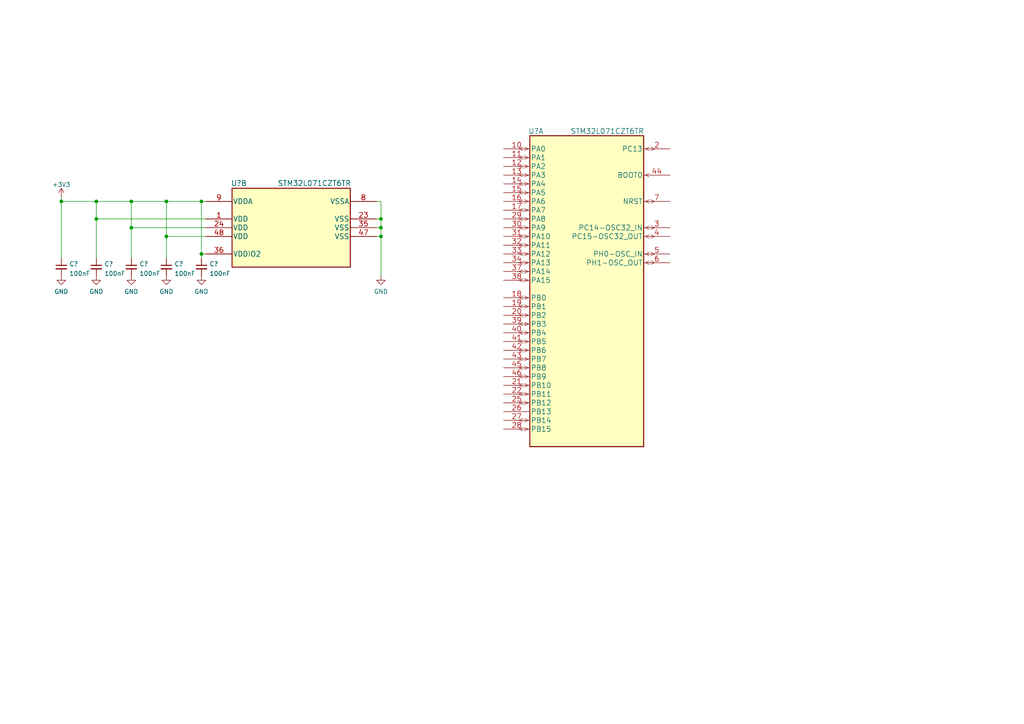
<source format=kicad_sch>
(kicad_sch (version 20211123) (generator eeschema)
  (paper "A4")
  (lib_symbols
    (symbol "Device:C_Small" (pin_numbers hide) (pin_names (offset 0.254) hide)
      (property "Reference" "C" (at 0.254 1.778 0))
      (property "Value" "C_Small" (at 0.254 -2.032 0))
      (symbol "C_Small_0_1"
        (polyline (pts (xy -1.524 -0.508) (xy 1.524 -0.508)) (stroke (width 0.3302)))
        (polyline (pts (xy -1.524 0.508) (xy 1.524 0.508)) (stroke (width 0.3048)))
      )
      (symbol "C_Small_1_1"
        (pin passive line (at 0 2.54 270) (length 2.032) (name "~") (number "1"))
        (pin passive line (at 0 -2.54 90) (length 2.032) (name "~") (number "2"))
      )
    )
    (symbol "STM32L071CZT6TR_1" (pin_names (offset 0.254))
      (property "Reference" "U" (at 8.89 5.08 0))
      (property "Value" "STM32L071CZT6TR_1" (at 29.21 5.08 0))
      (symbol "STM32L071CZT6TR_1_1_1"
        (polyline (pts (xy 5.5372 -81.788) (xy 4.4958 -81.28)) (stroke (width 0.127)))
        (polyline (pts (xy 5.5372 -80.772) (xy 4.4958 -81.28)) (stroke (width 0.127)))
        (polyline (pts (xy 5.5372 -79.248) (xy 4.4958 -78.74)) (stroke (width 0.127)))
        (polyline (pts (xy 5.5372 -78.232) (xy 4.4958 -78.74)) (stroke (width 0.127)))
        (polyline (pts (xy 5.5372 -74.168) (xy 4.4958 -73.66)) (stroke (width 0.127)))
        (polyline (pts (xy 5.5372 -73.152) (xy 4.4958 -73.66)) (stroke (width 0.127)))
        (polyline (pts (xy 5.5372 -71.628) (xy 4.4958 -71.12)) (stroke (width 0.127)))
        (polyline (pts (xy 5.5372 -70.612) (xy 4.4958 -71.12)) (stroke (width 0.127)))
        (polyline (pts (xy 5.5372 -69.088) (xy 4.4958 -68.58)) (stroke (width 0.127)))
        (polyline (pts (xy 5.5372 -68.072) (xy 4.4958 -68.58)) (stroke (width 0.127)))
        (polyline (pts (xy 5.5372 -66.548) (xy 4.4958 -66.04)) (stroke (width 0.127)))
        (polyline (pts (xy 5.5372 -65.532) (xy 4.4958 -66.04)) (stroke (width 0.127)))
        (polyline (pts (xy 5.5372 -64.008) (xy 4.4958 -63.5)) (stroke (width 0.127)))
        (polyline (pts (xy 5.5372 -62.992) (xy 4.4958 -63.5)) (stroke (width 0.127)))
        (polyline (pts (xy 5.5372 -61.468) (xy 4.4958 -60.96)) (stroke (width 0.127)))
        (polyline (pts (xy 5.5372 -60.452) (xy 4.4958 -60.96)) (stroke (width 0.127)))
        (polyline (pts (xy 5.5372 -58.928) (xy 4.4958 -58.42)) (stroke (width 0.127)))
        (polyline (pts (xy 5.5372 -57.912) (xy 4.4958 -58.42)) (stroke (width 0.127)))
        (polyline (pts (xy 5.5372 -56.388) (xy 4.4958 -55.88)) (stroke (width 0.127)))
        (polyline (pts (xy 5.5372 -55.372) (xy 4.4958 -55.88)) (stroke (width 0.127)))
        (polyline (pts (xy 5.5372 -53.848) (xy 4.4958 -53.34)) (stroke (width 0.127)))
        (polyline (pts (xy 5.5372 -52.832) (xy 4.4958 -53.34)) (stroke (width 0.127)))
        (polyline (pts (xy 5.5372 -51.308) (xy 4.4958 -50.8)) (stroke (width 0.127)))
        (polyline (pts (xy 5.5372 -50.292) (xy 4.4958 -50.8)) (stroke (width 0.127)))
        (polyline (pts (xy 5.5372 -48.768) (xy 4.4958 -48.26)) (stroke (width 0.127)))
        (polyline (pts (xy 5.5372 -47.752) (xy 4.4958 -48.26)) (stroke (width 0.127)))
        (polyline (pts (xy 5.5372 -46.228) (xy 4.4958 -45.72)) (stroke (width 0.127)))
        (polyline (pts (xy 5.5372 -45.212) (xy 4.4958 -45.72)) (stroke (width 0.127)))
        (polyline (pts (xy 5.5372 -43.688) (xy 4.4958 -43.18)) (stroke (width 0.127)))
        (polyline (pts (xy 5.5372 -42.672) (xy 4.4958 -43.18)) (stroke (width 0.127)))
        (polyline (pts (xy 5.5372 -38.608) (xy 4.4958 -38.1)) (stroke (width 0.127)))
        (polyline (pts (xy 5.5372 -37.592) (xy 4.4958 -38.1)) (stroke (width 0.127)))
        (polyline (pts (xy 5.5372 -36.068) (xy 4.4958 -35.56)) (stroke (width 0.127)))
        (polyline (pts (xy 5.5372 -35.052) (xy 4.4958 -35.56)) (stroke (width 0.127)))
        (polyline (pts (xy 5.5372 -33.528) (xy 4.4958 -33.02)) (stroke (width 0.127)))
        (polyline (pts (xy 5.5372 -32.512) (xy 4.4958 -33.02)) (stroke (width 0.127)))
        (polyline (pts (xy 5.5372 -30.988) (xy 4.4958 -30.48)) (stroke (width 0.127)))
        (polyline (pts (xy 5.5372 -29.972) (xy 4.4958 -30.48)) (stroke (width 0.127)))
        (polyline (pts (xy 5.5372 -28.448) (xy 4.4958 -27.94)) (stroke (width 0.127)))
        (polyline (pts (xy 5.5372 -27.432) (xy 4.4958 -27.94)) (stroke (width 0.127)))
        (polyline (pts (xy 5.5372 -25.908) (xy 4.4958 -25.4)) (stroke (width 0.127)))
        (polyline (pts (xy 5.5372 -24.892) (xy 4.4958 -25.4)) (stroke (width 0.127)))
        (polyline (pts (xy 5.5372 -23.368) (xy 4.4958 -22.86)) (stroke (width 0.127)))
        (polyline (pts (xy 5.5372 -22.352) (xy 4.4958 -22.86)) (stroke (width 0.127)))
        (polyline (pts (xy 5.5372 -20.828) (xy 4.4958 -20.32)) (stroke (width 0.127)))
        (polyline (pts (xy 5.5372 -19.812) (xy 4.4958 -20.32)) (stroke (width 0.127)))
        (polyline (pts (xy 5.5372 -18.288) (xy 4.4958 -17.78)) (stroke (width 0.127)))
        (polyline (pts (xy 5.5372 -17.272) (xy 4.4958 -17.78)) (stroke (width 0.127)))
        (polyline (pts (xy 5.5372 -15.748) (xy 4.4958 -15.24)) (stroke (width 0.127)))
        (polyline (pts (xy 5.5372 -14.732) (xy 4.4958 -15.24)) (stroke (width 0.127)))
        (polyline (pts (xy 5.5372 -13.208) (xy 4.4958 -12.7)) (stroke (width 0.127)))
        (polyline (pts (xy 5.5372 -12.192) (xy 4.4958 -12.7)) (stroke (width 0.127)))
        (polyline (pts (xy 5.5372 -10.668) (xy 4.4958 -10.16)) (stroke (width 0.127)))
        (polyline (pts (xy 5.5372 -9.652) (xy 4.4958 -10.16)) (stroke (width 0.127)))
        (polyline (pts (xy 5.5372 -8.128) (xy 4.4958 -7.62)) (stroke (width 0.127)))
        (polyline (pts (xy 5.5372 -7.112) (xy 4.4958 -7.62)) (stroke (width 0.127)))
        (polyline (pts (xy 5.5372 -5.588) (xy 4.4958 -5.08)) (stroke (width 0.127)))
        (polyline (pts (xy 5.5372 -4.572) (xy 4.4958 -5.08)) (stroke (width 0.127)))
        (polyline (pts (xy 5.5372 -3.048) (xy 4.4958 -2.54)) (stroke (width 0.127)))
        (polyline (pts (xy 5.5372 -2.032) (xy 4.4958 -2.54)) (stroke (width 0.127)))
        (polyline (pts (xy 5.5372 -0.508) (xy 4.4958 0)) (stroke (width 0.127)))
        (polyline (pts (xy 5.5372 0.508) (xy 4.4958 0)) (stroke (width 0.127)))
        (polyline (pts (xy 7.112 -81.28) (xy 6.0452 -81.788)) (stroke (width 0.127)))
        (polyline (pts (xy 7.112 -81.28) (xy 6.0452 -80.772)) (stroke (width 0.127)))
        (polyline (pts (xy 7.112 -78.74) (xy 6.0452 -79.248)) (stroke (width 0.127)))
        (polyline (pts (xy 7.112 -78.74) (xy 6.0452 -78.232)) (stroke (width 0.127)))
        (polyline (pts (xy 7.112 -73.66) (xy 6.0452 -74.168)) (stroke (width 0.127)))
        (polyline (pts (xy 7.112 -73.66) (xy 6.0452 -73.152)) (stroke (width 0.127)))
        (polyline (pts (xy 7.112 -71.12) (xy 6.0452 -71.628)) (stroke (width 0.127)))
        (polyline (pts (xy 7.112 -71.12) (xy 6.0452 -70.612)) (stroke (width 0.127)))
        (polyline (pts (xy 7.112 -68.58) (xy 6.0452 -69.088)) (stroke (width 0.127)))
        (polyline (pts (xy 7.112 -68.58) (xy 6.0452 -68.072)) (stroke (width 0.127)))
        (polyline (pts (xy 7.112 -66.04) (xy 6.0452 -66.548)) (stroke (width 0.127)))
        (polyline (pts (xy 7.112 -66.04) (xy 6.0452 -65.532)) (stroke (width 0.127)))
        (polyline (pts (xy 7.112 -63.5) (xy 6.0452 -64.008)) (stroke (width 0.127)))
        (polyline (pts (xy 7.112 -63.5) (xy 6.0452 -62.992)) (stroke (width 0.127)))
        (polyline (pts (xy 7.112 -60.96) (xy 6.0452 -61.468)) (stroke (width 0.127)))
        (polyline (pts (xy 7.112 -60.96) (xy 6.0452 -60.452)) (stroke (width 0.127)))
        (polyline (pts (xy 7.112 -58.42) (xy 6.0452 -58.928)) (stroke (width 0.127)))
        (polyline (pts (xy 7.112 -58.42) (xy 6.0452 -57.912)) (stroke (width 0.127)))
        (polyline (pts (xy 7.112 -55.88) (xy 6.0452 -56.388)) (stroke (width 0.127)))
        (polyline (pts (xy 7.112 -55.88) (xy 6.0452 -55.372)) (stroke (width 0.127)))
        (polyline (pts (xy 7.112 -53.34) (xy 6.0452 -53.848)) (stroke (width 0.127)))
        (polyline (pts (xy 7.112 -53.34) (xy 6.0452 -52.832)) (stroke (width 0.127)))
        (polyline (pts (xy 7.112 -50.8) (xy 6.0452 -51.308)) (stroke (width 0.127)))
        (polyline (pts (xy 7.112 -50.8) (xy 6.0452 -50.292)) (stroke (width 0.127)))
        (polyline (pts (xy 7.112 -48.26) (xy 6.0452 -48.768)) (stroke (width 0.127)))
        (polyline (pts (xy 7.112 -48.26) (xy 6.0452 -47.752)) (stroke (width 0.127)))
        (polyline (pts (xy 7.112 -45.72) (xy 6.0452 -46.228)) (stroke (width 0.127)))
        (polyline (pts (xy 7.112 -45.72) (xy 6.0452 -45.212)) (stroke (width 0.127)))
        (polyline (pts (xy 7.112 -43.18) (xy 6.0452 -43.688)) (stroke (width 0.127)))
        (polyline (pts (xy 7.112 -43.18) (xy 6.0452 -42.672)) (stroke (width 0.127)))
        (polyline (pts (xy 7.112 -38.1) (xy 6.0452 -38.608)) (stroke (width 0.127)))
        (polyline (pts (xy 7.112 -38.1) (xy 6.0452 -37.592)) (stroke (width 0.127)))
        (polyline (pts (xy 7.112 -35.56) (xy 6.0452 -36.068)) (stroke (width 0.127)))
        (polyline (pts (xy 7.112 -35.56) (xy 6.0452 -35.052)) (stroke (width 0.127)))
        (polyline (pts (xy 7.112 -33.02) (xy 6.0452 -33.528)) (stroke (width 0.127)))
        (polyline (pts (xy 7.112 -33.02) (xy 6.0452 -32.512)) (stroke (width 0.127)))
        (polyline (pts (xy 7.112 -30.48) (xy 6.0452 -30.988)) (stroke (width 0.127)))
        (polyline (pts (xy 7.112 -30.48) (xy 6.0452 -29.972)) (stroke (width 0.127)))
        (polyline (pts (xy 7.112 -27.94) (xy 6.0452 -28.448)) (stroke (width 0.127)))
        (polyline (pts (xy 7.112 -27.94) (xy 6.0452 -27.432)) (stroke (width 0.127)))
        (polyline (pts (xy 7.112 -25.4) (xy 6.0452 -25.908)) (stroke (width 0.127)))
        (polyline (pts (xy 7.112 -25.4) (xy 6.0452 -24.892)) (stroke (width 0.127)))
        (polyline (pts (xy 7.112 -22.86) (xy 6.0452 -23.368)) (stroke (width 0.127)))
        (polyline (pts (xy 7.112 -22.86) (xy 6.0452 -22.352)) (stroke (width 0.127)))
        (polyline (pts (xy 7.112 -20.32) (xy 6.0452 -20.828)) (stroke (width 0.127)))
        (polyline (pts (xy 7.112 -20.32) (xy 6.0452 -19.812)) (stroke (width 0.127)))
        (polyline (pts (xy 7.112 -17.78) (xy 6.0452 -18.288)) (stroke (width 0.127)))
        (polyline (pts (xy 7.112 -17.78) (xy 6.0452 -17.272)) (stroke (width 0.127)))
        (polyline (pts (xy 7.112 -15.24) (xy 6.0452 -15.748)) (stroke (width 0.127)))
        (polyline (pts (xy 7.112 -15.24) (xy 6.0452 -14.732)) (stroke (width 0.127)))
        (polyline (pts (xy 7.112 -12.7) (xy 6.0452 -13.208)) (stroke (width 0.127)))
        (polyline (pts (xy 7.112 -12.7) (xy 6.0452 -12.192)) (stroke (width 0.127)))
        (polyline (pts (xy 7.112 -10.16) (xy 6.0452 -10.668)) (stroke (width 0.127)))
        (polyline (pts (xy 7.112 -10.16) (xy 6.0452 -9.652)) (stroke (width 0.127)))
        (polyline (pts (xy 7.112 -7.62) (xy 6.0452 -8.128)) (stroke (width 0.127)))
        (polyline (pts (xy 7.112 -7.62) (xy 6.0452 -7.112)) (stroke (width 0.127)))
        (polyline (pts (xy 7.112 -5.08) (xy 6.0452 -5.588)) (stroke (width 0.127)))
        (polyline (pts (xy 7.112 -5.08) (xy 6.0452 -4.572)) (stroke (width 0.127)))
        (polyline (pts (xy 7.112 -2.54) (xy 6.0452 -3.048)) (stroke (width 0.127)))
        (polyline (pts (xy 7.112 -2.54) (xy 6.0452 -2.032)) (stroke (width 0.127)))
        (polyline (pts (xy 7.112 0) (xy 6.0452 -0.508)) (stroke (width 0.127)))
        (polyline (pts (xy 7.112 0) (xy 6.0452 0.508)) (stroke (width 0.127)))
        (polyline (pts (xy 41.148 -33.02) (xy 42.2148 -33.528)) (stroke (width 0.127)))
        (polyline (pts (xy 41.148 -33.02) (xy 42.2148 -32.512)) (stroke (width 0.127)))
        (polyline (pts (xy 41.148 -30.48) (xy 42.2148 -30.988)) (stroke (width 0.127)))
        (polyline (pts (xy 41.148 -30.48) (xy 42.2148 -29.972)) (stroke (width 0.127)))
        (polyline (pts (xy 41.148 -25.4) (xy 42.2148 -25.908)) (stroke (width 0.127)))
        (polyline (pts (xy 41.148 -25.4) (xy 42.2148 -24.892)) (stroke (width 0.127)))
        (polyline (pts (xy 41.148 -22.86) (xy 42.2148 -23.368)) (stroke (width 0.127)))
        (polyline (pts (xy 41.148 -22.86) (xy 42.2148 -22.352)) (stroke (width 0.127)))
        (polyline (pts (xy 41.148 -15.24) (xy 42.2148 -15.748)) (stroke (width 0.127)))
        (polyline (pts (xy 41.148 -15.24) (xy 42.2148 -14.732)) (stroke (width 0.127)))
        (polyline (pts (xy 41.148 -7.62) (xy 42.2148 -8.128)) (stroke (width 0.127)))
        (polyline (pts (xy 41.148 -7.62) (xy 42.2148 -7.112)) (stroke (width 0.127)))
        (polyline (pts (xy 41.148 0) (xy 42.2148 -0.508)) (stroke (width 0.127)))
        (polyline (pts (xy 41.148 0) (xy 42.2148 0.508)) (stroke (width 0.127)))
        (polyline (pts (xy 42.7228 -33.528) (xy 43.7642 -33.02)) (stroke (width 0.127)))
        (polyline (pts (xy 42.7228 -32.512) (xy 43.7642 -33.02)) (stroke (width 0.127)))
        (polyline (pts (xy 42.7228 -30.988) (xy 43.7642 -30.48)) (stroke (width 0.127)))
        (polyline (pts (xy 42.7228 -29.972) (xy 43.7642 -30.48)) (stroke (width 0.127)))
        (polyline (pts (xy 42.7228 -25.908) (xy 43.7642 -25.4)) (stroke (width 0.127)))
        (polyline (pts (xy 42.7228 -24.892) (xy 43.7642 -25.4)) (stroke (width 0.127)))
        (polyline (pts (xy 42.7228 -23.368) (xy 43.7642 -22.86)) (stroke (width 0.127)))
        (polyline (pts (xy 42.7228 -22.352) (xy 43.7642 -22.86)) (stroke (width 0.127)))
        (polyline (pts (xy 42.7228 -15.748) (xy 43.7642 -15.24)) (stroke (width 0.127)))
        (polyline (pts (xy 42.7228 -14.732) (xy 43.7642 -15.24)) (stroke (width 0.127)))
        (polyline (pts (xy 42.7228 -0.508) (xy 43.7642 0)) (stroke (width 0.127)))
        (polyline (pts (xy 42.7228 0.508) (xy 43.7642 0)) (stroke (width 0.127)))
        (rectangle (start 7.62 3.81) (end 40.64 -86.36) (stroke (width 0.3048)) (fill (type background)))
        (pin bidirectional line (at 0 0 0) (length 7.62) (name "PA0") (number "10"))
        (pin bidirectional line (at 0 -2.54 0) (length 7.62) (name "PA1") (number "11"))
        (pin bidirectional line (at 0 -5.08 0) (length 7.62) (name "PA2") (number "12"))
        (pin bidirectional line (at 0 -7.62 0) (length 7.62) (name "PA3") (number "13"))
        (pin bidirectional line (at 0 -10.16 0) (length 7.62) (name "PA4") (number "14"))
        (pin bidirectional line (at 0 -12.7 0) (length 7.62) (name "PA5") (number "15"))
        (pin bidirectional line (at 0 -15.24 0) (length 7.62) (name "PA6") (number "16"))
        (pin bidirectional line (at 0 -17.78 0) (length 7.62) (name "PA7") (number "17"))
        (pin bidirectional line (at 0 -43.18 0) (length 7.62) (name "PB0") (number "18"))
        (pin bidirectional line (at 0 -45.72 0) (length 7.62) (name "PB1") (number "19"))
        (pin bidirectional line (at 48.26 0 180) (length 7.62) (name "PC13") (number "2"))
        (pin bidirectional line (at 0 -48.26 0) (length 7.62) (name "PB2") (number "20"))
        (pin bidirectional line (at 0 -68.58 0) (length 7.62) (name "PB10") (number "21"))
        (pin bidirectional line (at 0 -71.12 0) (length 7.62) (name "PB11") (number "22"))
        (pin bidirectional line (at 0 -73.66 0) (length 7.62) (name "PB12") (number "25"))
        (pin bidirectional line (at 0 -76.2 0) (length 7.62) (name "PB13") (number "26"))
        (pin bidirectional line (at 0 -78.74 0) (length 7.62) (name "PB14") (number "27"))
        (pin bidirectional line (at 0 -81.28 0) (length 7.62) (name "PB15") (number "28"))
        (pin bidirectional line (at 0 -20.32 0) (length 7.62) (name "PA8") (number "29"))
        (pin bidirectional line (at 48.26 -22.86 180) (length 7.62) (name "PC14-OSC32_IN") (number "3"))
        (pin bidirectional line (at 0 -22.86 0) (length 7.62) (name "PA9") (number "30"))
        (pin bidirectional line (at 0 -25.4 0) (length 7.62) (name "PA10") (number "31"))
        (pin bidirectional line (at 0 -27.94 0) (length 7.62) (name "PA11") (number "32"))
        (pin bidirectional line (at 0 -30.48 0) (length 7.62) (name "PA12") (number "33"))
        (pin bidirectional line (at 0 -33.02 0) (length 7.62) (name "PA13") (number "34"))
        (pin bidirectional line (at 0 -35.56 0) (length 7.62) (name "PA14") (number "37"))
        (pin bidirectional line (at 0 -38.1 0) (length 7.62) (name "PA15") (number "38"))
        (pin bidirectional line (at 0 -50.8 0) (length 7.62) (name "PB3") (number "39"))
        (pin bidirectional line (at 48.26 -25.4 180) (length 7.62) (name "PC15-OSC32_OUT") (number "4"))
        (pin bidirectional line (at 0 -53.34 0) (length 7.62) (name "PB4") (number "40"))
        (pin bidirectional line (at 0 -55.88 0) (length 7.62) (name "PB5") (number "41"))
        (pin bidirectional line (at 0 -58.42 0) (length 7.62) (name "PB6") (number "42"))
        (pin bidirectional line (at 0 -60.96 0) (length 7.62) (name "PB7") (number "43"))
        (pin input line (at 48.26 -7.62 180) (length 7.62) (name "BOOT0") (number "44"))
        (pin bidirectional line (at 0 -63.5 0) (length 7.62) (name "PB8") (number "45"))
        (pin bidirectional line (at 0 -66.04 0) (length 7.62) (name "PB9") (number "46"))
        (pin bidirectional line (at 48.26 -30.48 180) (length 7.62) (name "PH0-OSC_IN") (number "5"))
        (pin bidirectional line (at 48.26 -33.02 180) (length 7.62) (name "PH1-OSC_OUT") (number "6"))
        (pin bidirectional line (at 48.26 -15.24 180) (length 7.62) (name "NRST") (number "7"))
      )
      (symbol "STM32L071CZT6TR_1_2_1"
        (rectangle (start 7.62 3.81) (end 40.64 -19.05) (stroke (width 0.3048)) (fill (type background)))
        (pin power_in line (at 0 -5.08 0) (length 7.62) (name "VDD") (number "1"))
        (pin power_in line (at 48.26 -5.08 180) (length 7.62) (name "VSS") (number "23"))
        (pin power_in line (at 0 -7.62 0) (length 7.62) (name "VDD") (number "24"))
        (pin power_in line (at 48.26 -7.62 180) (length 7.62) (name "VSS") (number "35"))
        (pin power_in line (at 0 -15.24 0) (length 7.62) (name "VDDIO2") (number "36"))
        (pin power_in line (at 48.26 -10.16 180) (length 7.62) (name "VSS") (number "47"))
        (pin power_in line (at 0 -10.16 0) (length 7.62) (name "VDD") (number "48"))
        (pin power_in line (at 48.26 0 180) (length 7.62) (name "VSSA") (number "8"))
        (pin power_in line (at 0 0 0) (length 7.62) (name "VDDA") (number "9"))
      )
    )
    (symbol "falcon-lib:STM32L071CZT6TR" (pin_names (offset 0.254))
      (property "Reference" "U" (at 8.89 5.08 0))
      (property "Value" "STM32L071CZT6TR" (at 31.75 5.08 0))
      (symbol "STM32L071CZT6TR_1_1"
        (polyline (pts (xy 5.5372 -81.788) (xy 4.4958 -81.28)) (stroke (width 0.127)))
        (polyline (pts (xy 5.5372 -80.772) (xy 4.4958 -81.28)) (stroke (width 0.127)))
        (polyline (pts (xy 5.5372 -79.248) (xy 4.4958 -78.74)) (stroke (width 0.127)))
        (polyline (pts (xy 5.5372 -78.232) (xy 4.4958 -78.74)) (stroke (width 0.127)))
        (polyline (pts (xy 5.5372 -74.168) (xy 4.4958 -73.66)) (stroke (width 0.127)))
        (polyline (pts (xy 5.5372 -73.152) (xy 4.4958 -73.66)) (stroke (width 0.127)))
        (polyline (pts (xy 5.5372 -71.628) (xy 4.4958 -71.12)) (stroke (width 0.127)))
        (polyline (pts (xy 5.5372 -70.612) (xy 4.4958 -71.12)) (stroke (width 0.127)))
        (polyline (pts (xy 5.5372 -69.088) (xy 4.4958 -68.58)) (stroke (width 0.127)))
        (polyline (pts (xy 5.5372 -68.072) (xy 4.4958 -68.58)) (stroke (width 0.127)))
        (polyline (pts (xy 5.5372 -66.548) (xy 4.4958 -66.04)) (stroke (width 0.127)))
        (polyline (pts (xy 5.5372 -65.532) (xy 4.4958 -66.04)) (stroke (width 0.127)))
        (polyline (pts (xy 5.5372 -64.008) (xy 4.4958 -63.5)) (stroke (width 0.127)))
        (polyline (pts (xy 5.5372 -62.992) (xy 4.4958 -63.5)) (stroke (width 0.127)))
        (polyline (pts (xy 5.5372 -61.468) (xy 4.4958 -60.96)) (stroke (width 0.127)))
        (polyline (pts (xy 5.5372 -60.452) (xy 4.4958 -60.96)) (stroke (width 0.127)))
        (polyline (pts (xy 5.5372 -58.928) (xy 4.4958 -58.42)) (stroke (width 0.127)))
        (polyline (pts (xy 5.5372 -57.912) (xy 4.4958 -58.42)) (stroke (width 0.127)))
        (polyline (pts (xy 5.5372 -56.388) (xy 4.4958 -55.88)) (stroke (width 0.127)))
        (polyline (pts (xy 5.5372 -55.372) (xy 4.4958 -55.88)) (stroke (width 0.127)))
        (polyline (pts (xy 5.5372 -53.848) (xy 4.4958 -53.34)) (stroke (width 0.127)))
        (polyline (pts (xy 5.5372 -52.832) (xy 4.4958 -53.34)) (stroke (width 0.127)))
        (polyline (pts (xy 5.5372 -51.308) (xy 4.4958 -50.8)) (stroke (width 0.127)))
        (polyline (pts (xy 5.5372 -50.292) (xy 4.4958 -50.8)) (stroke (width 0.127)))
        (polyline (pts (xy 5.5372 -48.768) (xy 4.4958 -48.26)) (stroke (width 0.127)))
        (polyline (pts (xy 5.5372 -47.752) (xy 4.4958 -48.26)) (stroke (width 0.127)))
        (polyline (pts (xy 5.5372 -46.228) (xy 4.4958 -45.72)) (stroke (width 0.127)))
        (polyline (pts (xy 5.5372 -45.212) (xy 4.4958 -45.72)) (stroke (width 0.127)))
        (polyline (pts (xy 5.5372 -43.688) (xy 4.4958 -43.18)) (stroke (width 0.127)))
        (polyline (pts (xy 5.5372 -42.672) (xy 4.4958 -43.18)) (stroke (width 0.127)))
        (polyline (pts (xy 5.5372 -38.608) (xy 4.4958 -38.1)) (stroke (width 0.127)))
        (polyline (pts (xy 5.5372 -37.592) (xy 4.4958 -38.1)) (stroke (width 0.127)))
        (polyline (pts (xy 5.5372 -36.068) (xy 4.4958 -35.56)) (stroke (width 0.127)))
        (polyline (pts (xy 5.5372 -35.052) (xy 4.4958 -35.56)) (stroke (width 0.127)))
        (polyline (pts (xy 5.5372 -33.528) (xy 4.4958 -33.02)) (stroke (width 0.127)))
        (polyline (pts (xy 5.5372 -32.512) (xy 4.4958 -33.02)) (stroke (width 0.127)))
        (polyline (pts (xy 5.5372 -30.988) (xy 4.4958 -30.48)) (stroke (width 0.127)))
        (polyline (pts (xy 5.5372 -29.972) (xy 4.4958 -30.48)) (stroke (width 0.127)))
        (polyline (pts (xy 5.5372 -28.448) (xy 4.4958 -27.94)) (stroke (width 0.127)))
        (polyline (pts (xy 5.5372 -27.432) (xy 4.4958 -27.94)) (stroke (width 0.127)))
        (polyline (pts (xy 5.5372 -25.908) (xy 4.4958 -25.4)) (stroke (width 0.127)))
        (polyline (pts (xy 5.5372 -24.892) (xy 4.4958 -25.4)) (stroke (width 0.127)))
        (polyline (pts (xy 5.5372 -23.368) (xy 4.4958 -22.86)) (stroke (width 0.127)))
        (polyline (pts (xy 5.5372 -22.352) (xy 4.4958 -22.86)) (stroke (width 0.127)))
        (polyline (pts (xy 5.5372 -20.828) (xy 4.4958 -20.32)) (stroke (width 0.127)))
        (polyline (pts (xy 5.5372 -19.812) (xy 4.4958 -20.32)) (stroke (width 0.127)))
        (polyline (pts (xy 5.5372 -18.288) (xy 4.4958 -17.78)) (stroke (width 0.127)))
        (polyline (pts (xy 5.5372 -17.272) (xy 4.4958 -17.78)) (stroke (width 0.127)))
        (polyline (pts (xy 5.5372 -15.748) (xy 4.4958 -15.24)) (stroke (width 0.127)))
        (polyline (pts (xy 5.5372 -14.732) (xy 4.4958 -15.24)) (stroke (width 0.127)))
        (polyline (pts (xy 5.5372 -13.208) (xy 4.4958 -12.7)) (stroke (width 0.127)))
        (polyline (pts (xy 5.5372 -12.192) (xy 4.4958 -12.7)) (stroke (width 0.127)))
        (polyline (pts (xy 5.5372 -10.668) (xy 4.4958 -10.16)) (stroke (width 0.127)))
        (polyline (pts (xy 5.5372 -9.652) (xy 4.4958 -10.16)) (stroke (width 0.127)))
        (polyline (pts (xy 5.5372 -8.128) (xy 4.4958 -7.62)) (stroke (width 0.127)))
        (polyline (pts (xy 5.5372 -7.112) (xy 4.4958 -7.62)) (stroke (width 0.127)))
        (polyline (pts (xy 5.5372 -5.588) (xy 4.4958 -5.08)) (stroke (width 0.127)))
        (polyline (pts (xy 5.5372 -4.572) (xy 4.4958 -5.08)) (stroke (width 0.127)))
        (polyline (pts (xy 5.5372 -3.048) (xy 4.4958 -2.54)) (stroke (width 0.127)))
        (polyline (pts (xy 5.5372 -2.032) (xy 4.4958 -2.54)) (stroke (width 0.127)))
        (polyline (pts (xy 5.5372 -0.508) (xy 4.4958 0)) (stroke (width 0.127)))
        (polyline (pts (xy 5.5372 0.508) (xy 4.4958 0)) (stroke (width 0.127)))
        (polyline (pts (xy 7.112 -81.28) (xy 6.0452 -81.788)) (stroke (width 0.127)))
        (polyline (pts (xy 7.112 -81.28) (xy 6.0452 -80.772)) (stroke (width 0.127)))
        (polyline (pts (xy 7.112 -78.74) (xy 6.0452 -79.248)) (stroke (width 0.127)))
        (polyline (pts (xy 7.112 -78.74) (xy 6.0452 -78.232)) (stroke (width 0.127)))
        (polyline (pts (xy 7.112 -73.66) (xy 6.0452 -74.168)) (stroke (width 0.127)))
        (polyline (pts (xy 7.112 -73.66) (xy 6.0452 -73.152)) (stroke (width 0.127)))
        (polyline (pts (xy 7.112 -71.12) (xy 6.0452 -71.628)) (stroke (width 0.127)))
        (polyline (pts (xy 7.112 -71.12) (xy 6.0452 -70.612)) (stroke (width 0.127)))
        (polyline (pts (xy 7.112 -68.58) (xy 6.0452 -69.088)) (stroke (width 0.127)))
        (polyline (pts (xy 7.112 -68.58) (xy 6.0452 -68.072)) (stroke (width 0.127)))
        (polyline (pts (xy 7.112 -66.04) (xy 6.0452 -66.548)) (stroke (width 0.127)))
        (polyline (pts (xy 7.112 -66.04) (xy 6.0452 -65.532)) (stroke (width 0.127)))
        (polyline (pts (xy 7.112 -63.5) (xy 6.0452 -64.008)) (stroke (width 0.127)))
        (polyline (pts (xy 7.112 -63.5) (xy 6.0452 -62.992)) (stroke (width 0.127)))
        (polyline (pts (xy 7.112 -60.96) (xy 6.0452 -61.468)) (stroke (width 0.127)))
        (polyline (pts (xy 7.112 -60.96) (xy 6.0452 -60.452)) (stroke (width 0.127)))
        (polyline (pts (xy 7.112 -58.42) (xy 6.0452 -58.928)) (stroke (width 0.127)))
        (polyline (pts (xy 7.112 -58.42) (xy 6.0452 -57.912)) (stroke (width 0.127)))
        (polyline (pts (xy 7.112 -55.88) (xy 6.0452 -56.388)) (stroke (width 0.127)))
        (polyline (pts (xy 7.112 -55.88) (xy 6.0452 -55.372)) (stroke (width 0.127)))
        (polyline (pts (xy 7.112 -53.34) (xy 6.0452 -53.848)) (stroke (width 0.127)))
        (polyline (pts (xy 7.112 -53.34) (xy 6.0452 -52.832)) (stroke (width 0.127)))
        (polyline (pts (xy 7.112 -50.8) (xy 6.0452 -51.308)) (stroke (width 0.127)))
        (polyline (pts (xy 7.112 -50.8) (xy 6.0452 -50.292)) (stroke (width 0.127)))
        (polyline (pts (xy 7.112 -48.26) (xy 6.0452 -48.768)) (stroke (width 0.127)))
        (polyline (pts (xy 7.112 -48.26) (xy 6.0452 -47.752)) (stroke (width 0.127)))
        (polyline (pts (xy 7.112 -45.72) (xy 6.0452 -46.228)) (stroke (width 0.127)))
        (polyline (pts (xy 7.112 -45.72) (xy 6.0452 -45.212)) (stroke (width 0.127)))
        (polyline (pts (xy 7.112 -43.18) (xy 6.0452 -43.688)) (stroke (width 0.127)))
        (polyline (pts (xy 7.112 -43.18) (xy 6.0452 -42.672)) (stroke (width 0.127)))
        (polyline (pts (xy 7.112 -38.1) (xy 6.0452 -38.608)) (stroke (width 0.127)))
        (polyline (pts (xy 7.112 -38.1) (xy 6.0452 -37.592)) (stroke (width 0.127)))
        (polyline (pts (xy 7.112 -35.56) (xy 6.0452 -36.068)) (stroke (width 0.127)))
        (polyline (pts (xy 7.112 -35.56) (xy 6.0452 -35.052)) (stroke (width 0.127)))
        (polyline (pts (xy 7.112 -33.02) (xy 6.0452 -33.528)) (stroke (width 0.127)))
        (polyline (pts (xy 7.112 -33.02) (xy 6.0452 -32.512)) (stroke (width 0.127)))
        (polyline (pts (xy 7.112 -30.48) (xy 6.0452 -30.988)) (stroke (width 0.127)))
        (polyline (pts (xy 7.112 -30.48) (xy 6.0452 -29.972)) (stroke (width 0.127)))
        (polyline (pts (xy 7.112 -27.94) (xy 6.0452 -28.448)) (stroke (width 0.127)))
        (polyline (pts (xy 7.112 -27.94) (xy 6.0452 -27.432)) (stroke (width 0.127)))
        (polyline (pts (xy 7.112 -25.4) (xy 6.0452 -25.908)) (stroke (width 0.127)))
        (polyline (pts (xy 7.112 -25.4) (xy 6.0452 -24.892)) (stroke (width 0.127)))
        (polyline (pts (xy 7.112 -22.86) (xy 6.0452 -23.368)) (stroke (width 0.127)))
        (polyline (pts (xy 7.112 -22.86) (xy 6.0452 -22.352)) (stroke (width 0.127)))
        (polyline (pts (xy 7.112 -20.32) (xy 6.0452 -20.828)) (stroke (width 0.127)))
        (polyline (pts (xy 7.112 -20.32) (xy 6.0452 -19.812)) (stroke (width 0.127)))
        (polyline (pts (xy 7.112 -17.78) (xy 6.0452 -18.288)) (stroke (width 0.127)))
        (polyline (pts (xy 7.112 -17.78) (xy 6.0452 -17.272)) (stroke (width 0.127)))
        (polyline (pts (xy 7.112 -15.24) (xy 6.0452 -15.748)) (stroke (width 0.127)))
        (polyline (pts (xy 7.112 -15.24) (xy 6.0452 -14.732)) (stroke (width 0.127)))
        (polyline (pts (xy 7.112 -12.7) (xy 6.0452 -13.208)) (stroke (width 0.127)))
        (polyline (pts (xy 7.112 -12.7) (xy 6.0452 -12.192)) (stroke (width 0.127)))
        (polyline (pts (xy 7.112 -10.16) (xy 6.0452 -10.668)) (stroke (width 0.127)))
        (polyline (pts (xy 7.112 -10.16) (xy 6.0452 -9.652)) (stroke (width 0.127)))
        (polyline (pts (xy 7.112 -7.62) (xy 6.0452 -8.128)) (stroke (width 0.127)))
        (polyline (pts (xy 7.112 -7.62) (xy 6.0452 -7.112)) (stroke (width 0.127)))
        (polyline (pts (xy 7.112 -5.08) (xy 6.0452 -5.588)) (stroke (width 0.127)))
        (polyline (pts (xy 7.112 -5.08) (xy 6.0452 -4.572)) (stroke (width 0.127)))
        (polyline (pts (xy 7.112 -2.54) (xy 6.0452 -3.048)) (stroke (width 0.127)))
        (polyline (pts (xy 7.112 -2.54) (xy 6.0452 -2.032)) (stroke (width 0.127)))
        (polyline (pts (xy 7.112 0) (xy 6.0452 -0.508)) (stroke (width 0.127)))
        (polyline (pts (xy 7.112 0) (xy 6.0452 0.508)) (stroke (width 0.127)))
        (polyline (pts (xy 58.928 -33.02) (xy 59.9948 -33.528)) (stroke (width 0.127)))
        (polyline (pts (xy 58.928 -33.02) (xy 59.9948 -32.512)) (stroke (width 0.127)))
        (polyline (pts (xy 58.928 -30.48) (xy 59.9948 -30.988)) (stroke (width 0.127)))
        (polyline (pts (xy 58.928 -30.48) (xy 59.9948 -29.972)) (stroke (width 0.127)))
        (polyline (pts (xy 58.928 -25.4) (xy 59.9948 -25.908)) (stroke (width 0.127)))
        (polyline (pts (xy 58.928 -25.4) (xy 59.9948 -24.892)) (stroke (width 0.127)))
        (polyline (pts (xy 58.928 -22.86) (xy 59.9948 -23.368)) (stroke (width 0.127)))
        (polyline (pts (xy 58.928 -22.86) (xy 59.9948 -22.352)) (stroke (width 0.127)))
        (polyline (pts (xy 58.928 -15.24) (xy 59.9948 -15.748)) (stroke (width 0.127)))
        (polyline (pts (xy 58.928 -15.24) (xy 59.9948 -14.732)) (stroke (width 0.127)))
        (polyline (pts (xy 58.928 -7.62) (xy 59.9948 -8.128)) (stroke (width 0.127)))
        (polyline (pts (xy 58.928 -7.62) (xy 59.9948 -7.112)) (stroke (width 0.127)))
        (polyline (pts (xy 58.928 0) (xy 59.9948 -0.508)) (stroke (width 0.127)))
        (polyline (pts (xy 58.928 0) (xy 59.9948 0.508)) (stroke (width 0.127)))
        (polyline (pts (xy 60.5028 -33.528) (xy 61.5442 -33.02)) (stroke (width 0.127)))
        (polyline (pts (xy 60.5028 -32.512) (xy 61.5442 -33.02)) (stroke (width 0.127)))
        (polyline (pts (xy 60.5028 -30.988) (xy 61.5442 -30.48)) (stroke (width 0.127)))
        (polyline (pts (xy 60.5028 -29.972) (xy 61.5442 -30.48)) (stroke (width 0.127)))
        (polyline (pts (xy 60.5028 -25.908) (xy 61.5442 -25.4)) (stroke (width 0.127)))
        (polyline (pts (xy 60.5028 -24.892) (xy 61.5442 -25.4)) (stroke (width 0.127)))
        (polyline (pts (xy 60.5028 -23.368) (xy 61.5442 -22.86)) (stroke (width 0.127)))
        (polyline (pts (xy 60.5028 -22.352) (xy 61.5442 -22.86)) (stroke (width 0.127)))
        (polyline (pts (xy 60.5028 -15.748) (xy 61.5442 -15.24)) (stroke (width 0.127)))
        (polyline (pts (xy 60.5028 -14.732) (xy 61.5442 -15.24)) (stroke (width 0.127)))
        (polyline (pts (xy 60.5028 -0.508) (xy 61.5442 0)) (stroke (width 0.127)))
        (polyline (pts (xy 60.5028 0.508) (xy 61.5442 0)) (stroke (width 0.127)))
        (rectangle (start 7.62 3.81) (end 58.42 -86.36) (stroke (width 0.3048)) (fill (type background)))
        (pin bidirectional line (at 0 0 0) (length 7.62) (name "PA0") (number "10"))
        (pin bidirectional line (at 0 -2.54 0) (length 7.62) (name "PA1") (number "11"))
        (pin bidirectional line (at 0 -5.08 0) (length 7.62) (name "PA2") (number "12"))
        (pin bidirectional line (at 0 -7.62 0) (length 7.62) (name "PA3") (number "13"))
        (pin bidirectional line (at 0 -10.16 0) (length 7.62) (name "PA4") (number "14"))
        (pin bidirectional line (at 0 -12.7 0) (length 7.62) (name "PA5") (number "15"))
        (pin bidirectional line (at 0 -15.24 0) (length 7.62) (name "PA6") (number "16"))
        (pin bidirectional line (at 0 -17.78 0) (length 7.62) (name "PA7") (number "17"))
        (pin bidirectional line (at 0 -43.18 0) (length 7.62) (name "PB0") (number "18"))
        (pin bidirectional line (at 0 -45.72 0) (length 7.62) (name "PB1") (number "19"))
        (pin bidirectional line (at 66.04 0 180) (length 7.62) (name "PC13") (number "2"))
        (pin bidirectional line (at 0 -48.26 0) (length 7.62) (name "PB2") (number "20"))
        (pin bidirectional line (at 0 -68.58 0) (length 7.62) (name "PB10") (number "21"))
        (pin bidirectional line (at 0 -71.12 0) (length 7.62) (name "PB11") (number "22"))
        (pin bidirectional line (at 0 -73.66 0) (length 7.62) (name "PB12") (number "25"))
        (pin bidirectional line (at 0 -76.2 0) (length 7.62) (name "PB13") (number "26"))
        (pin bidirectional line (at 0 -78.74 0) (length 7.62) (name "PB14") (number "27"))
        (pin bidirectional line (at 0 -81.28 0) (length 7.62) (name "PB15") (number "28"))
        (pin bidirectional line (at 0 -20.32 0) (length 7.62) (name "PA8") (number "29"))
        (pin bidirectional line (at 66.04 -22.86 180) (length 7.62) (name "PC14-OSC32_IN") (number "3"))
        (pin bidirectional line (at 0 -22.86 0) (length 7.62) (name "PA9") (number "30"))
        (pin bidirectional line (at 0 -25.4 0) (length 7.62) (name "PA10") (number "31"))
        (pin bidirectional line (at 0 -27.94 0) (length 7.62) (name "PA11") (number "32"))
        (pin bidirectional line (at 0 -30.48 0) (length 7.62) (name "PA12") (number "33"))
        (pin bidirectional line (at 0 -33.02 0) (length 7.62) (name "PA13") (number "34"))
        (pin bidirectional line (at 0 -35.56 0) (length 7.62) (name "PA14") (number "37"))
        (pin bidirectional line (at 0 -38.1 0) (length 7.62) (name "PA15") (number "38"))
        (pin bidirectional line (at 0 -50.8 0) (length 7.62) (name "PB3") (number "39"))
        (pin bidirectional line (at 66.04 -25.4 180) (length 7.62) (name "PC15-OSC32_OUT") (number "4"))
        (pin bidirectional line (at 0 -53.34 0) (length 7.62) (name "PB4") (number "40"))
        (pin bidirectional line (at 0 -55.88 0) (length 7.62) (name "PB5") (number "41"))
        (pin bidirectional line (at 0 -58.42 0) (length 7.62) (name "PB6") (number "42"))
        (pin bidirectional line (at 0 -60.96 0) (length 7.62) (name "PB7") (number "43"))
        (pin input line (at 66.04 -7.62 180) (length 7.62) (name "BOOT0") (number "44"))
        (pin bidirectional line (at 0 -63.5 0) (length 7.62) (name "PB8") (number "45"))
        (pin bidirectional line (at 0 -66.04 0) (length 7.62) (name "PB9") (number "46"))
        (pin bidirectional line (at 66.04 -30.48 180) (length 7.62) (name "PH0-OSC_IN") (number "5"))
        (pin bidirectional line (at 66.04 -33.02 180) (length 7.62) (name "PH1-OSC_OUT") (number "6"))
        (pin bidirectional line (at 66.04 -15.24 180) (length 7.62) (name "NRST") (number "7"))
      )
      (symbol "STM32L071CZT6TR_2_1"
        (rectangle (start 7.62 3.81) (end 41.91 -19.05) (stroke (width 0.3048)) (fill (type background)))
        (pin power_in line (at 0 -5.08 0) (length 7.62) (name "VDD") (number "1"))
        (pin power_in line (at 49.53 -5.08 180) (length 7.62) (name "VSS") (number "23"))
        (pin power_in line (at 0 -7.62 0) (length 7.62) (name "VDD") (number "24"))
        (pin power_in line (at 49.53 -7.62 180) (length 7.62) (name "VSS") (number "35"))
        (pin power_in line (at 0 -15.24 0) (length 7.62) (name "VDDIO2") (number "36"))
        (pin power_in line (at 49.53 -10.16 180) (length 7.62) (name "VSS") (number "47"))
        (pin power_in line (at 0 -10.16 0) (length 7.62) (name "VDD") (number "48"))
        (pin power_in line (at 49.53 0 180) (length 7.62) (name "VSSA") (number "8"))
        (pin power_in line (at 0 0 0) (length 7.62) (name "VDDA") (number "9"))
      )
    )
    (symbol "power:+3V3" (power) (pin_names (offset 0))
      (property "Value" "+3V3" (at 0 3.556 0))
      (symbol "+3V3_0_1"
        (polyline (pts (xy -0.762 1.27) (xy 0 2.54)))
        (polyline (pts (xy 0 0) (xy 0 2.54)))
        (polyline (pts (xy 0 2.54) (xy 0.762 1.27)))
      )
      (symbol "+3V3_1_1"
        (pin power_in line (at 0 0 90) (length 0) hide (name "+3V3") (number "1"))
      )
    )
    (symbol "power:GND" (power) (pin_names (offset 0))
      (property "Value" "GND" (at 0 -3.81 0))
      (symbol "GND_0_1"
        (polyline (pts (xy 0 0) (xy 0 -1.27) (xy 1.27 -1.27) (xy 0 -2.54) (xy -1.27 -1.27) (xy 0 -1.27)))
      )
      (symbol "GND_1_1"
        (pin power_in line (at 0 0 270) (length 0) hide (name "GND") (number "1"))
      )
    )
  )
  (junction (at 58.42 58.42))
  (junction (at 48.26 68.58))
  (junction (at 110.49 68.58))
  (junction (at 110.49 66.04))
  (junction (at 48.26 58.42))
  (junction (at 27.94 63.5))
  (junction (at 58.42 73.66))
  (junction (at 110.49 63.5))
  (junction (at 27.94 58.42))
  (junction (at 38.1 66.04))
  (junction (at 38.1 58.42))
  (junction (at 17.78 58.42))
  (wire (pts (xy 48.26 58.42) (xy 48.26 68.58)))
  (wire (pts (xy 109.22 66.04) (xy 110.49 66.04)))
  (wire (pts (xy 109.22 58.42) (xy 110.49 58.42)))
  (wire (pts (xy 58.42 58.42) (xy 59.69 58.42)))
  (wire (pts (xy 27.94 74.93) (xy 27.94 63.5)))
  (wire (pts (xy 58.42 73.66) (xy 59.69 73.66)))
  (wire (pts (xy 38.1 58.42) (xy 48.26 58.42)))
  (wire (pts (xy 58.42 74.93) (xy 58.42 73.66)))
  (wire (pts (xy 17.78 57.15) (xy 17.78 58.42)))
  (wire (pts (xy 110.49 66.04) (xy 110.49 68.58)))
  (wire (pts (xy 27.94 58.42) (xy 38.1 58.42)))
  (wire (pts (xy 27.94 58.42) (xy 17.78 58.42)))
  (wire (pts (xy 59.69 68.58) (xy 48.26 68.58)))
  (wire (pts (xy 27.94 63.5) (xy 59.69 63.5)))
  (wire (pts (xy 27.94 58.42) (xy 27.94 63.5)))
  (wire (pts (xy 110.49 68.58) (xy 110.49 80.01)))
  (wire (pts (xy 17.78 58.42) (xy 17.78 74.93)))
  (wire (pts (xy 38.1 66.04) (xy 38.1 74.93)))
  (wire (pts (xy 38.1 66.04) (xy 38.1 58.42)))
  (wire (pts (xy 109.22 68.58) (xy 110.49 68.58)))
  (wire (pts (xy 110.49 63.5) (xy 110.49 66.04)))
  (wire (pts (xy 109.22 63.5) (xy 110.49 63.5)))
  (wire (pts (xy 58.42 58.42) (xy 58.42 73.66)))
  (wire (pts (xy 110.49 58.42) (xy 110.49 63.5)))
  (wire (pts (xy 48.26 68.58) (xy 48.26 74.93)))
  (wire (pts (xy 59.69 66.04) (xy 38.1 66.04)))
  (wire (pts (xy 48.26 58.42) (xy 58.42 58.42)))
  (symbol (lib_id "power:GND") (at 110.49 80.01 0) (unit 1)
    (property "Reference" "#PWR?" (effects hide))
    (property "Value" "GND" (at 110.49 84.5725 0))
  )
  (symbol (lib_id "power:+3V3") (at 17.78 57.15 0) (unit 1)
    (property "Reference" "#PWR?" (effects hide))
    (property "Value" "+3V3" (at 17.78 53.5455 0))
  )
  (symbol (lib_id "Device:C_Small") (at 17.78 77.47 0) (unit 1)
    (property "Reference" "C?" (at 20.1041 76.5678 0) (effects (justify left)))
    (property "Value" "100nF" (at 20.1041 79.3429 0) (effects (justify left)))
    (property "Footprint" "Capacitor_SMD:C_0402_1005Metric_Pad0.74x0.62mm_HandSolder" (effects hide))
  )
  (symbol (lib_id "power:GND") (at 58.42 80.01 0) (unit 1)
    (property "Reference" "#PWR?" (effects hide))
    (property "Value" "GND" (at 58.42 84.5725 0))
  )
  (symbol (lib_id "falcon-lib:STM32L071CZT6TR") (at 59.69 58.42 0) (unit 2)
    (property "Reference" "U?" (at 69.3008 53.1574 0) (effects (font (size 1.524 1.524))))
    (property "Value" "STM32L071CZT6TR" (at 91.1784 53.1574 0) (effects (font (size 1.524 1.524))))
    (property "Footprint" "falcon-lib:48-LQFP_ LQFP48_STM" (effects hide))
    (property "Datasheet" "https://www.st.com/resource/en/datasheet/stm32l071cb.pdf" (effects hide))
    (property "Supplier" "https://www.digikey.ca/en/products/detail/stmicroelectronics/STM32L071CZT6TR/6702154" (effects hide))
    (property "Description" "IC MCU 32BIT 192KB FLASH 48LQFP" (effects hide))
  )
  (symbol (lib_id "Device:C_Small") (at 27.94 77.47 0) (unit 1)
    (property "Reference" "C?" (at 30.2641 76.5678 0) (effects (justify left)))
    (property "Value" "100nF" (at 30.2641 79.3429 0) (effects (justify left)))
    (property "Footprint" "Capacitor_SMD:C_0402_1005Metric_Pad0.74x0.62mm_HandSolder" (effects hide))
  )
  (symbol (lib_id "Device:C_Small") (at 58.42 77.47 0) (unit 1)
    (property "Reference" "C?" (at 60.7441 76.5678 0) (effects (justify left)))
    (property "Value" "100nF" (at 60.7441 79.3429 0) (effects (justify left)))
    (property "Footprint" "Capacitor_SMD:C_0402_1005Metric_Pad0.74x0.62mm_HandSolder" (effects hide))
  )
  (symbol (lib_id "power:GND") (at 27.94 80.01 0) (unit 1)
    (property "Reference" "#PWR?" (effects hide))
    (property "Value" "GND" (at 27.94 84.5725 0))
  )
  (symbol (lib_name "STM32L071CZT6TR_1") (lib_id "falcon-lib:STM32L071CZT6TR") (at 146.05 43.18 0) (unit 1)
    (property "Reference" "U?" (at 155.4509 38.065 0) (effects (font (size 1.524 1.524))))
    (property "Value" "STM32L071CZT6TR" (at 176.1497 38.065 0) (effects (font (size 1.524 1.524))))
    (property "Footprint" "falcon-lib:48-LQFP_ LQFP48_STM" (effects hide))
    (property "Datasheet" "https://www.st.com/resource/en/datasheet/stm32l071cb.pdf" (effects hide))
    (property "Supplier" "https://www.digikey.ca/en/products/detail/stmicroelectronics/STM32L071CZT6TR/6702154" (effects hide))
    (property "Description" "IC MCU 32BIT 192KB FLASH 48LQFP" (effects hide))
  )
  (symbol (lib_id "power:GND") (at 48.26 80.01 0) (unit 1)
    (property "Reference" "#PWR?" (effects hide))
    (property "Value" "GND" (at 48.26 84.5725 0))
  )
  (symbol (lib_id "power:GND") (at 38.1 80.01 0) (unit 1)
    (property "Reference" "#PWR?" (effects hide))
    (property "Value" "GND" (at 38.1 84.5725 0))
  )
  (symbol (lib_id "power:GND") (at 17.78 80.01 0) (unit 1)
    (property "Reference" "#PWR?" (effects hide))
    (property "Value" "GND" (at 17.78 84.5725 0))
  )
  (symbol (lib_id "Device:C_Small") (at 48.26 77.47 0) (unit 1)
    (property "Reference" "C?" (at 50.5841 76.5678 0) (effects (justify left)))
    (property "Value" "100nF" (at 50.5841 79.3429 0) (effects (justify left)))
    (property "Footprint" "Capacitor_SMD:C_0402_1005Metric_Pad0.74x0.62mm_HandSolder" (effects hide))
  )
  (symbol (lib_id "Device:C_Small") (at 38.1 77.47 0) (unit 1)
    (property "Reference" "C?" (at 40.4241 76.5678 0) (effects (justify left)))
    (property "Value" "100nF" (at 40.4241 79.3429 0) (effects (justify left)))
    (property "Footprint" "Capacitor_SMD:C_0402_1005Metric_Pad0.74x0.62mm_HandSolder" (effects hide))
  )
)
</source>
